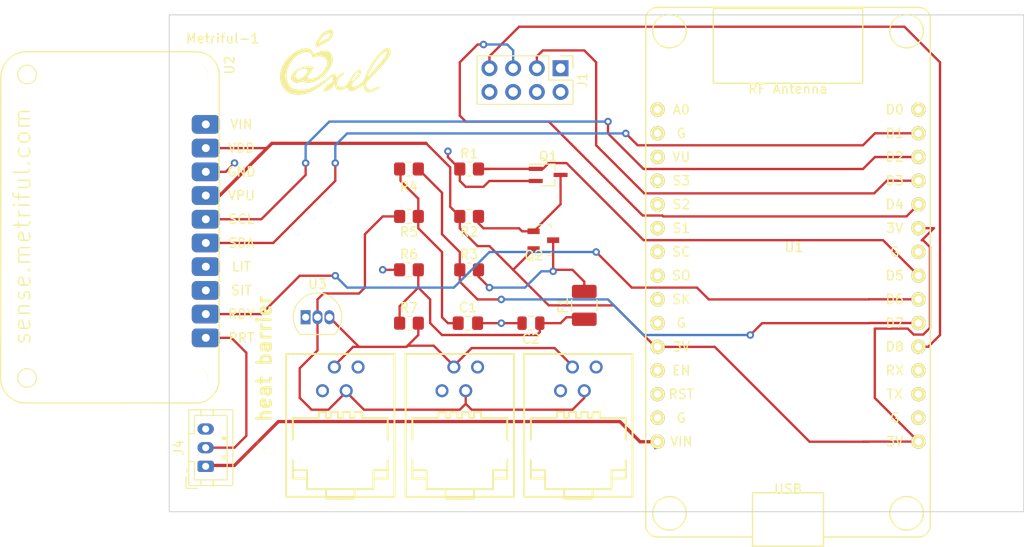
<source format=kicad_pcb>
(kicad_pcb (version 20211014) (generator pcbnew)
  (layers (0 "F.Cu" signal) (31 "B.Cu" mixed) (34 "B.Paste" user) (35 "F.Paste" user) (36 "B.SilkS" user "B.Silkscreen") (37 "F.SilkS" user "F.Silkscreen") (38 "B.Mask" user) (39 "F.Mask" user) (44 "Edge.Cuts" user))
  (net 0 "")
  (net 1 "Net-(C1-Pad1)")
  (net 2 "GND")
  (net 3 "Net-(C2-Pad1)")
  (net 4 "Net-(CN1-Pad2)")
  (net 8 "Net-(F1-Pad2)")
  (net 9 "Net-(J1-Pad1)")
  (net 10 "Net-(J1-Pad3)")
  (net 11 "Net-(J1-Pad5)")
  (net 12 "Net-(J1-Pad7)")
  (net 13 "VDD")
  (net 14 "Net-(J4-Pad2)")
  (net 15 "T_enable")
  (net 16 "Net-(Q1-Pad3)")
  (net 17 "Net-(CN1-Pad3)")
  (net 29 "+3V3")
  (net 32 "Net-(U1-Pad22)")
  (net 33 "Net-(R3-Pad1)")
  (net 34 "Net-(U1-Pad28)")
  (net 35 "Net-(U1-Pad29)")
  (footprint "Resistor_SMD:R_0805_2012Metric_Pad1.20x1.40mm_HandSolder" (layer "F.Cu") (at 115.84 90.17)
    (fp_text reference "R6" (at 0 -1.65) (layer "F.SilkS"))
    (fp_text value "10k")
    (pad "1" smd roundrect (at -1 0) (size 1.2 1.4) (layers "F.Cu" "F.Paste" "F.Mask") (roundrect_rratio 0.208333) (net 2 "GND"))
    (pad "2" smd roundrect (at 1 0) (size 1.2 1.4) (layers "F.Cu" "F.Paste" "F.Mask") (roundrect_rratio 0.208333) (net 3 "Net-(C2-Pad1)"))
  )
  (footprint "Resistor_SMD:R_0805_2012Metric_Pad1.20x1.40mm_HandSolder" (layer "F.Cu") (at 122.285 90.17)
    (fp_text reference "R3" (at 0 -1.65) (layer "F.SilkS"))
    (fp_text value "5.6k")
    (pad "1" smd roundrect (at -1 0) (size 1.2 1.4) (layers "F.Cu" "F.Paste" "F.Mask") (roundrect_rratio 0.208333) (net 33 "Net-(R3-Pad1)"))
    (pad "2" smd roundrect (at 1 0) (size 1.2 1.4) (layers "F.Cu" "F.Paste" "F.Mask") (roundrect_rratio 0.208333) (net 8 "Net-(F1-Pad2)"))
  )
  (footprint "1wire-v0.4:rj10" (layer "F.Cu") (at 133.985 108.585)
    (fp_text reference "CN3" (at -8.516405 0.635545 180) (layer "F.SilkS") (effects (font (size 1.40122 1.40122) (thickness 0.015))))
    (fp_text value "RJ10")
    (pad "" np_thru_hole circle locked (at 3.81 0.889) (size 3.2512 3.2512) (drill 3.2512) (layers *.Cu *.Mask))
    (pad "" np_thru_hole circle locked (at -3.81 0.889) (size 3.2512 3.2512) (drill 3.2512) (layers *.Cu *.Mask))
    (pad "1" thru_hole circle locked (at -1.905 -5.461) (size 1.397 1.397) (drill 0.889) (layers *.Cu *.Mask) (net 2 "GND"))
    (pad "2" thru_hole circle locked (at -0.635 -8.001) (size 1.397 1.397) (drill 0.889) (layers *.Cu *.Mask) (net 4 "Net-(CN1-Pad2)"))
    (pad "3" thru_hole circle locked (at 0.635 -5.461) (size 1.397 1.397) (drill 0.889) (layers *.Cu *.Mask) (net 17 "Net-(CN1-Pad3)"))
    (pad "4" thru_hole circle locked (at 1.905 -8.001) (size 1.397 1.397) (drill 0.889) (layers *.Cu *.Mask))
  )
  (footprint "MountingHole:MountingHole_2.2mm_M2" (layer "F.Cu") (at 93.19 69.29)
    (fp_text reference "REF**" hide)
    (fp_text value "MountingHole_2.2mm_M2" hide)
    (pad "" np_thru_hole circle locked (at 0 0) (size 2.2 2.2) (drill 2.2) (layers *.Cu *.Mask))
  )
  (footprint "Package_TO_SOT_SMD:SOT-323_SC-70_Handsoldering" (layer "F.Cu") (at 130.75 80.01)
    (fp_text reference "Q1" (at 0 -2) (layer "F.SilkS"))
    (fp_text value "BSS138BKW")
    (pad "1" smd rect (at -1.33 -0.65 270) (size 0.45 1.5) (layers "F.Cu" "F.Paste" "F.Mask") (net 15 "T_enable"))
    (pad "2" smd rect (at -1.33 0.65 270) (size 0.45 1.5) (layers "F.Cu" "F.Paste" "F.Mask") (net 2 "GND"))
    (pad "3" smd rect (at 1.33 0 270) (size 0.45 1.5) (layers "F.Cu" "F.Paste" "F.Mask") (net 16 "Net-(Q1-Pad3)"))
  )
  (footprint "1wire-v0.4:SOT-23-3" (layer "F.Cu") (at 130.235 86.995)
    (fp_text reference "Q2" (at -1.015 1.651) (layer "F.SilkS"))
    (fp_text value "NX2301P")
    (pad "1" smd rect locked (at -1.05 -0.95) (size 1.3 0.6) (layers "F.Cu" "F.Paste" "F.Mask") (net 16 "Net-(Q1-Pad3)"))
    (pad "2" smd rect locked (at -1.05 0.95) (size 1.3 0.6) (layers "F.Cu" "F.Paste" "F.Mask") (net 29 "+3V3"))
    (pad "3" smd rect locked (at 1.05 0) (size 1.3 0.6) (layers "F.Cu" "F.Paste" "F.Mask") (net 8 "Net-(F1-Pad2)"))
  )
  (footprint "Sensor:Metriful-1" (layer "F.Cu") (at 95.351787 104.440437 90)
    (fp_text reference "U2" (at 36.195 1.27 90 unlocked) (layer "F.SilkS"))
    (fp_text value "Metriful-1" (at 39.035437 0.533213 unlocked) (layer "F.SilkS"))
    (fp_text user "SIT" (at 12.065 2.54 unlocked) (layer "F.SilkS"))
    (fp_text user "sense.metriful.com" (at 18.926358 -20.955 90 unlocked) (layer "F.SilkS") (effects (font (size 1.8 1.8))))
    (fp_text user "VPU" (at 22.225 2.54 unlocked) (layer "F.SilkS"))
    (fp_text user "RDY" (at 9.525 2.54 unlocked) (layer "F.SilkS"))
    (fp_text user "PRT" (at 6.985 2.54 unlocked) (layer "F.SilkS"))
    (fp_text user "SDA" (at 17.145 2.54 unlocked) (layer "F.SilkS"))
    (fp_text user "LIT" (at 14.605 2.54 unlocked) (layer "F.SilkS"))
    (fp_text user "VDD" (at 27.305 2.54 unlocked) (layer "F.SilkS"))
    (fp_text user "VIN" (at 29.845 2.54 unlocked) (layer "F.SilkS"))
    (fp_text user "GND" (at 24.765 2.54 unlocked) (layer "F.SilkS"))
    (fp_text user "SCL" (at 19.685 2.54 unlocked) (layer "F.SilkS"))
    (pad "1" thru_hole roundrect (at 6.985 -1.27 90) (size 2 3) (drill 0.85) (layers *.Cu *.Mask) (net 14 "Net-(J4-Pad2)"))
    (pad "2" thru_hole roundrect (at 9.525 -1.27 90) (size 2 3) (drill 0.85) (layers *.Cu *.Mask) (net 32 "Net-(U1-Pad22)"))
    (pad "3" thru_hole roundrect (at 12.065 -1.27 90) (size 2 3) (drill 0.85) (layers *.Cu *.Mask))
    (pad "4" thru_hole roundrect (at 14.605 -1.27 90) (size 2 3) (drill 0.85) (layers *.Cu *.Mask))
    (pad "5" thru_hole roundrect (at 17.145 -1.27 90) (size 2 3) (drill 0.85) (layers *.Cu *.Mask) (net 35 "Net-(U1-Pad29)"))
    (pad "6" thru_hole roundrect (at 19.685 -1.27 90) (size 2 3) (drill 0.85) (layers *.Cu *.Mask) (net 34 "Net-(U1-Pad28)"))
    (pad "7" thru_hole roundrect (at 22.225 -1.27 90) (size 2 3) (drill 0.85) (layers *.Cu *.Mask) (net 29 "+3V3"))
    (pad "8" thru_hole roundrect (at 24.765 -1.27 90) (size 2 3) (drill 0.85) (layers *.Cu *.Mask) (net 2 "GND"))
    (pad "9" thru_hole roundrect (at 27.305 -1.27 90) (size 2 3) (drill 0.85) (layers *.Cu *.Mask) (net 29 "+3V3"))
    (pad "10" thru_hole roundrect (at 29.845 -1.27 90) (size 2 3) (drill 0.85) (layers *.Cu *.Mask))
  )
  (footprint "Resistor_SMD:R_0805_2012Metric_Pad1.20x1.40mm_HandSolder" (layer "F.Cu") (at 122.285 79.375)
    (fp_text reference "R1" (at 0 -1.65) (layer "F.SilkS"))
    (fp_text value "10k")
    (pad "1" smd roundrect (at -1 0) (size 1.2 1.4) (layers "F.Cu" "F.Paste" "F.Mask") (roundrect_rratio 0.208333) (net 2 "GND"))
    (pad "2" smd roundrect (at 1 0) (size 1.2 1.4) (layers "F.Cu" "F.Paste" "F.Mask") (roundrect_rratio 0.208333) (net 15 "T_enable"))
  )
  (footprint "Connector_JST:JST_PH_B3B-PH-K_1x03_P2.00mm_Vertical" (layer "F.Cu") (at 94.065 111.22 90)
    (fp_text reference "J4" (at 2 -2.9 90) (layer "F.SilkS"))
    (fp_text value "Conn_01x03_Female")
    (pad "1" thru_hole roundrect (at 0 0 90) (size 1.2 1.75) (drill 0.75) (layers *.Cu *.Mask) (roundrect_rratio 0.208333) (net 13 "VDD"))
    (pad "2" thru_hole oval (at 2 0 90) (size 1.2 1.75) (drill 0.75) (layers *.Cu *.Mask) (net 14 "Net-(J4-Pad2)"))
    (pad "3" thru_hole oval (at 4 0 90) (size 1.2 1.75) (drill 0.75) (layers *.Cu *.Mask) (net 2 "GND"))
  )
  (footprint "Fuse:Fuse_1210_3225Metric_Pad1.42x2.65mm_HandSolder" (layer "F.Cu") (at 134.62 93.98 90)
    (fp_text reference "F1" (at 0 -2.28 90) (layer "F.SilkS"))
    (fp_text value "Polyfuse_Small")
    (pad "1" smd roundrect (at -1.4875 0 90) (size 1.425 2.65) (layers "F.Cu" "F.Paste" "F.Mask") (roundrect_rratio 0.175439) (net 3 "Net-(C2-Pad1)"))
    (pad "2" smd roundrect (at 1.4875 0 90) (size 1.425 2.65) (layers "F.Cu" "F.Paste" "F.Mask") (roundrect_rratio 0.175439) (net 8 "Net-(F1-Pad2)"))
  )
  (footprint "Capacitor_SMD:C_0805_2012Metric_Pad1.18x1.45mm_HandSolder" (layer "F.Cu") (at 122.1525 95.885)
    (fp_text reference "C1" (at 0 -1.68) (layer "F.SilkS"))
    (fp_text value "100pF")
    (pad "1" smd roundrect (at -1.0375 0) (size 1.175 1.45) (layers "F.Cu" "F.Paste" "F.Mask") (roundrect_rratio 0.212766) (net 1 "Net-(C1-Pad1)"))
    (pad "2" smd roundrect (at 1.0375 0) (size 1.175 1.45) (layers "F.Cu" "F.Paste" "F.Mask") (roundrect_rratio 0.212766) (net 2 "GND"))
  )
  (footprint "MountingHole:MountingHole_2.2mm_M2" (layer "F.Cu") (at 93.19 101.79)
    (fp_text reference "REF**" hide)
    (fp_text value "MountingHole_2.2mm_M2" hide)
    (pad "" np_thru_hole circle locked (at 0 0) (size 2.2 2.2) (drill 2.2) (layers *.Cu *.Mask))
  )
  (footprint "1wire-v0.4:rj10" (layer "F.Cu") (at 108.485 108.585)
    (fp_text reference "CN1" (at -8.516405 0.635545 180) (layer "F.SilkS") (effects (font (size 1.40122 1.40122) (thickness 0.015))))
    (fp_text value "RJ10")
    (pad "" np_thru_hole circle locked (at 3.81 0.889) (size 3.2512 3.2512) (drill 3.2512) (layers *.Cu *.Mask))
    (pad "" np_thru_hole circle locked (at -3.81 0.889) (size 3.2512 3.2512) (drill 3.2512) (layers *.Cu *.Mask))
    (pad "1" thru_hole circle locked (at -1.905 -5.461) (size 1.397 1.397) (drill 0.889) (layers *.Cu *.Mask) (net 2 "GND"))
    (pad "2" thru_hole circle locked (at -0.635 -8.001) (size 1.397 1.397) (drill 0.889) (layers *.Cu *.Mask) (net 4 "Net-(CN1-Pad2)"))
    (pad "3" thru_hole circle locked (at 0.635 -5.461) (size 1.397 1.397) (drill 0.889) (layers *.Cu *.Mask) (net 17 "Net-(CN1-Pad3)"))
    (pad "4" thru_hole circle locked (at 1.905 -8.001) (size 1.397 1.397) (drill 0.889) (layers *.Cu *.Mask))
  )
  (footprint "NodeMCU:NodeMCU_0.1_Axel" (layer "F.Cu") (at 156.44 90.79)
    (fp_text reference "U1" (at 0.635 -3.04 unlocked) (layer "F.SilkS"))
    (fp_text value "NodeMCU_1.0_(ESP-12E)")
    (fp_text user "S2" (at -11.43 -7.62) (layer "F.SilkS"))
    (fp_text user "RX" (at 11.43 10.16) (layer "F.SilkS"))
    (fp_text user "S3" (at -11.43 -10.16) (layer "F.SilkS"))
    (fp_text user "G" (at -11.43 -15.24) (layer "F.SilkS"))
    (fp_text user "D7" (at 11.43 5.08) (layer "F.SilkS"))
    (fp_text user "D1" (at 11.43 -15.24) (layer "F.SilkS"))
    (fp_text user "VU" (at -11.43 -12.7) (layer "F.SilkS"))
    (fp_text user "D0" (at 11.43 -17.78) (layer "F.SilkS"))
    (fp_text user "G" (at -11.43 5.08) (layer "F.SilkS"))
    (fp_text user "D2" (at 11.43 -12.7) (layer "F.SilkS"))
    (fp_text user "SK" (at -11.43 2.54) (layer "F.SilkS"))
    (fp_text user "RF Antenna" (at 0 -20) (layer "F.SilkS"))
    (fp_text user "3V" (at 11.43 -5.08) (layer "F.SilkS"))
    (fp_text user "G" (at 11.43 -2.54) (layer "F.SilkS"))
    (fp_text user "D4" (at 11.43 -7.62) (layer "F.SilkS"))
    (fp_text user "EN" (at -11.43 10.16) (layer "F.SilkS"))
    (fp_text user "D5" (at 11.43 0) (layer "F.SilkS"))
    (fp_text user "RST" (at -11.43 12.7) (layer "F.SilkS"))
    (fp_text user "3V" (at -11.43 7.62) (layer "F.SilkS"))
    (fp_text user "USB" (at 0 22.86) (layer "F.SilkS"))
    (fp_text user "VIN" (at -11.43 17.78) (layer "F.SilkS"))
    (fp_text user "G" (at 11.43 15.24) (layer "F.SilkS"))
    (fp_text user "D8" (at 11.43 7.62) (layer "F.SilkS"))
    (fp_text user "TX" (at 11.43 12.7) (layer "F.SilkS"))
    (fp_text user "D3" (at 11.43 -10.16) (layer "F.SilkS"))
    (fp_text user "G" (at -11.43 15.24) (layer "F.SilkS"))
    (fp_text user "SC" (at -11.43 -2.54) (layer "F.SilkS"))
    (fp_text user "D6" (at 11.43 2.54) (layer "F.SilkS"))
    (fp_text user "S1" (at -11.43 -5.08) (layer "F.SilkS"))
    (fp_text user "SO" (at -11.43 0) (layer "F.SilkS"))
    (fp_text user "A0" (at -11.43 -17.78) (layer "F.SilkS"))
    (fp_text user "3V" (at 11.43 17.78) (layer "F.SilkS"))
    (pad "1" thru_hole circle locked (at -13.97 -17.78) (size 1.524 1.524) (drill 0.762) (layers *.Cu *.Mask "F.SilkS"))
    (pad "2" thru_hole circle locked (at -13.97 -15.24) (size 1.524 1.524) (drill 0.762) (layers *.Cu *.Mask "F.SilkS"))
    (pad "3" thru_hole circle locked (at -13.97 -12.7) (size 1.524 1.524) (drill 0.762) (layers *.Cu *.Mask "F.SilkS"))
    (pad "4" thru_hole circle locked (at -13.97 -10.16) (size 1.524 1.524) (drill 0.762) (layers *.Cu *.Mask "F.SilkS"))
    (pad "5" thru_hole circle locked (at -13.97 -7.62) (size 1.524 1.524) (drill 0.762) (layers *.Cu *.Mask "F.SilkS"))
    (pad "6" thru_hole circle locked (at -13.97 -5.08) (size 1.524 1.524) (drill 0.762) (layers *.Cu *.Mask "F.SilkS"))
    (pad "7" thru_hole circle locked (at -13.97 -2.54) (size 1.524 1.524) (drill 0.762) (layers *.Cu *.Mask "F.SilkS"))
    (pad "8" thru_hole circle locked (at -13.97 0) (size 1.524 1.524) (drill 0.762) (layers *.Cu *.Mask "F.SilkS"))
    (pad "9" thru_hole circle locked (at -13.97 2.54) (size 1.524 1.524) (drill 0.762) (layers *.Cu *.Mask "F.SilkS"))
    (pad "10" thru_hole circle locked (at -13.97 5.08) (size 1.524 1.524) (drill 0.762) (layers *.Cu *.Mask "F.SilkS") (net 2 "GND"))
    (pad "11" thru_hole circle locked (at -13.97 7.62) (size 1.524 1.524) (drill 0.762) (layers *.Cu *.Mask "F.SilkS") (net 29 "+3V3"))
    (pad "12" thru_hole circle locked (at -13.97 10.16) (size 1.524 1.524) (drill 0.762) (layers *.Cu *.Mask "F.SilkS"))
    (pad "13" thru_hole circle locked (at -13.97 12.7) (size 1.524 1.524) (drill 0.762) (layers *.Cu *.Mask "F.SilkS"))
    (pad "14" thru_hole circle locked (at -13.97 15.24) (size 1.524 1.524) (drill 0.762) (layers *.Cu *.Mask "F.SilkS") (net 2 "GND"))
    (pad "15" thru_hole circle locked (at -13.97 17.78) (size 1.524 1.524) (drill 0.762) (layers *.Cu *.Mask "F.SilkS") (net 13 "VDD"))
    (pad "16" thru_hole circle locked (at 13.97 17.78) (size 1.524 1.524) (drill 0.762) (layers *.Cu *.Mask "F.SilkS") (net 29 "+3V3"))
    (pad "17" thru_hole circle locked (at 13.97 15.24) (size 1.524 1.524) (drill 0.762) (layers *.Cu *.Mask "F.SilkS") (net 2 "GND"))
    (pad "18" thru_hole circle locked (at 13.97 12.7) (size 1.524 1.524) (drill 0.762) (layers *.Cu *.Mask "F.SilkS"))
    (pad "19" thru_hole circle locked (at 13.97 10.16) (size 1.524 1.524) (drill 0.762) (layers *.Cu *.Mask "F.SilkS"))
    (pad "20" thru_hole circle locked (at 13.97 7.62) (size 1.524 1.524) (drill 0.762) (layers *.Cu *.Mask "F.SilkS") (net 12 "Net-(J1-Pad7)"))
    (pad "21" thru_hole circle locked (at 13.97 5.08) (size 1.524 1.524) (drill 0.762) (layers *.Cu *.Mask "F.SilkS") (net 33 "Net-(R3-Pad1)"))
    (pad "22" thru_hole circle locked (at 13.97 2.54) (size 1.524 1.524) (drill 0.762) (layers *.Cu *.Mask "F.SilkS") (net 32 "Net-(U1-Pad22)"))
    (pad "23" thru_hole circle locked (at 13.97 0) (size 1.524 1.524) (drill 0.762) (layers *.Cu *.Mask "F.SilkS") (net 15 "T_enable"))
    (pad "24" thru_hole circle locked (at 13.97 -2.54) (size 1.524 1.524) (drill 0.762) (layers *.Cu *.Mask "F.SilkS") (net 2 "GND"))
    (pad "25" thru_hole circle locked (at 13.97 -5.08) (size 1.524 1.524) (drill 0.762) (layers *.Cu *.Mask "F.SilkS") (net 29 "+3V3"))
    (pad "26" thru_hole circle locked (at 13.97 -7.62) (size 1.524 1.524) (drill 0.762) (layers *.Cu *.Mask "F.SilkS") (net 11 "Net-(J1-Pad5)"))
    (pad "27" thru_hole circle locked (at 13.97 -10.16) (size 1.524 1.524) (drill 0.762) (layers *.Cu *.Mask "F.SilkS") (net 10 "Net-(J1-Pad3)"))
    (pad "28" thru_hole circle locked (at 13.97 -12.7) (size 1.524 1.524) (drill 0.762) (layers *.Cu *.Mask "F.SilkS") (net 34 "Net-(U1-Pad28)"))
    (pad "29" thru_hole circle locked (at 13.97 -15.24) (size 1.524 1.524) (drill 0.762) (layers *.Cu *.Mask "F.SilkS") (net 35 "Net-(U1-Pad29)"))
    (pad "30" thru_hole circle locked (at 13.97 -17.78) (size 1.524 1.524) (drill 0.762) (layers *.Cu *.Mask "F.SilkS") (net 9 "Net-(J1-Pad1)"))
  )
  (footprint "Connector_PinHeader_2.54mm:PinHeader_2x04_P2.54mm_Vertical" (layer "F.Cu") (at 132.08 68.58 -90)
    (fp_text reference "J1" (at 1.27 -2.33 90) (layer "F.SilkS"))
    (fp_text value "Conn_02x04_Odd_Even")
    (pad "1" thru_hole rect (at 0 0 270) (size 1.7 1.7) (drill 1) (layers *.Cu *.Mask) (net 9 "Net-(J1-Pad1)"))
    (pad "2" thru_hole oval (at 2.54 0 270) (size 1.7 1.7) (drill 1) (layers *.Cu *.Mask) (net 2 "GND"))
    (pad "3" thru_hole oval (at 0 2.54 270) (size 1.7 1.7) (drill 1) (layers *.Cu *.Mask) (net 10 "Net-(J1-Pad3)"))
    (pad "4" thru_hole oval (at 2.54 2.54 270) (size 1.7 1.7) (drill 1) (layers *.Cu *.Mask) (net 2 "GND"))
    (pad "5" thru_hole oval (at 0 5.08 270) (size 1.7 1.7) (drill 1) (layers *.Cu *.Mask) (net 11 "Net-(J1-Pad5)"))
    (pad "6" thru_hole oval (at 2.54 5.08 270) (size 1.7 1.7) (drill 1) (layers *.Cu *.Mask) (net 2 "GND"))
    (pad "7" thru_hole oval (at 0 7.62 270) (size 1.7 1.7) (drill 1) (layers *.Cu *.Mask) (net 12 "Net-(J1-Pad7)"))
    (pad "8" thru_hole oval (at 2.54 7.62 270) (size 1.7 1.7) (drill 1) (layers *.Cu *.Mask) (net 2 "GND"))
  )
  (footprint "Resistor_SMD:R_0805_2012Metric_Pad1.20x1.40mm_HandSolder" (layer "F.Cu") (at 115.84 84.455 180)
    (fp_text reference "R5" (at 0 -1.65) (layer "F.SilkS"))
    (fp_text value "22R")
    (pad "1" smd roundrect (at -1 0 180) (size 1.2 1.4) (layers "F.Cu" "F.Paste" "F.Mask") (roundrect_rratio 0.208333) (net 1 "Net-(C1-Pad1)"))
    (pad "2" smd roundrect (at 1 0 180) (size 1.2 1.4) (layers "F.Cu" "F.Paste" "F.Mask") (roundrect_rratio 0.208333) (net 17 "Net-(CN1-Pad3)"))
  )
  (footprint "ESP-RS232:LOGO2" (layer "F.Cu") (at 107.95 67.945)
    (fp_text reference "G***" hide)
    (fp_text value "LOGO" hide)
  )
  (footprint "Package_TO_SOT_THT:TO-92_Inline" (layer "F.Cu") (at 104.775 95.25)
    (fp_text reference "U3" (at 1.27 -3.56) (layer "F.SilkS"))
    (fp_text value "DS18B20")
    (pad "1" thru_hole rect (at 0 0) (size 1.05 1.5) (drill 0.75) (layers *.Cu *.Mask) (net 2 "GND"))
    (pad "2" thru_hole oval (at 1.27 0) (size 1.05 1.5) (drill 0.75) (layers *.Cu *.Mask) (net 17 "Net-(CN1-Pad3)"))
    (pad "3" thru_hole oval (at 2.54 0) (size 1.05 1.5) (drill 0.75) (layers *.Cu *.Mask) (net 4 "Net-(CN1-Pad2)"))
  )
  (footprint "1wire-v0.4:rj10" (layer "F.Cu") (at 121.285 108.584)
    (fp_text reference "CN2" (at -8.516405 0.635545 180) (layer "F.SilkS") (effects (font (size 1.40122 1.40122) (thickness 0.015))))
    (fp_text value "RJ10")
    (pad "" np_thru_hole circle locked (at 3.81 0.889) (size 3.2512 3.2512) (drill 3.2512) (layers *.Cu *.Mask))
    (pad "" np_thru_hole circle locked (at -3.81 0.889) (size 3.2512 3.2512) (drill 3.2512) (layers *.Cu *.Mask))
    (pad "1" thru_hole circle locked (at -1.905 -5.461) (size 1.397 1.397) (drill 0.889) (layers *.Cu *.Mask) (net 2 "GND"))
    (pad "2" thru_hole circle locked (at -0.635 -8.001) (size 1.397 1.397) (drill 0.889) (layers *.Cu *.Mask) (net 4 "Net-(CN1-Pad2)"))
    (pad "3" thru_hole circle locked (at 0.635 -5.461) (size 1.397 1.397) (drill 0.889) (layers *.Cu *.Mask) (net 17 "Net-(CN1-Pad3)"))
    (pad "4" thru_hole circle locked (at 1.905 -8.001) (size 1.397 1.397) (drill 0.889) (layers *.Cu *.Mask))
  )
  (footprint "Resistor_SMD:R_0805_2012Metric_Pad1.20x1.40mm_HandSolder" (layer "F.Cu") (at 115.84 79.375 180)
    (fp_text reference "R4" (at 0 -1.905) (layer "F.SilkS"))
    (fp_text value "22R")
    (pad "1" smd roundrect (at -1 0 180) (size 1.2 1.4) (layers "F.Cu" "F.Paste" "F.Mask") (roundrect_rratio 0.208333) (net 33 "Net-(R3-Pad1)"))
    (pad "2" smd roundrect (at 1 0 180) (size 1.2 1.4) (layers "F.Cu" "F.Paste" "F.Mask") (roundrect_rratio 0.208333) (net 1 "Net-(C1-Pad1)"))
  )
  (footprint "Capacitor_SMD:C_0805_2012Metric" (layer "F.Cu") (at 128.905 95.885 180)
    (fp_text reference "C2" (at 0 -1.68) (layer "F.SilkS"))
    (fp_text value "100nF")
    (pad "1" smd roundrect (at -0.95 0 180) (size 1 1.45) (layers "F.Cu" "F.Paste" "F.Mask") (net 3 "Net-(C2-Pad1)"))
    (pad "2" smd roundrect (at 0.95 0 180) (size 1 1.45) (layers "F.Cu" "F.Paste" "F.Mask") (net 2 "GND"))
  )
  (footprint "Resistor_SMD:R_0805_2012Metric_Pad1.20x1.40mm_HandSolder" (layer "F.Cu") (at 122.285 84.455 180)
    (fp_text reference "R2" (at 0 -1.65) (layer "F.SilkS"))
    (fp_text value "10k")
    (pad "1" smd roundrect (at -1 0 180) (size 1.2 1.4) (layers "F.Cu" "F.Paste" "F.Mask") (roundrect_rratio 0.208333) (net 16 "Net-(Q1-Pad3)"))
    (pad "2" smd roundrect (at 1 0 180) (size 1.2 1.4) (layers "F.Cu" "F.Paste" "F.Mask") (roundrect_rratio 0.208333) (net 29 "+3V3"))
  )
  (footprint "Resistor_SMD:R_0805_2012Metric_Pad1.20x1.40mm_HandSolder" (layer "F.Cu") (at 115.84 95.885)
    (fp_text reference "R7" (at 0 -1.65) (layer "F.SilkS"))
    (fp_text value "22R")
    (pad "1" smd roundrect (at -1 0) (size 1.2 1.4) (layers "F.Cu" "F.Paste" "F.Mask") (roundrect_rratio 0.208333) (net 3 "Net-(C2-Pad1)"))
    (pad "2" smd roundrect (at 1 0) (size 1.2 1.4) (layers "F.Cu" "F.Paste" "F.Mask") (roundrect_rratio 0.208333) (net 4 "Net-(CN1-Pad2)"))
  )
  (gr_rect (start 181.68 116.078) (end 90.17 62.865) (layer "Edge.Cuts") (width 0.1) (fill none))
  (gr_text "heat barrier" (at 100.33 99.695 90) (layer "F.SilkS") (effects (font (size 1.5 1.5) (thickness 0.3))))
  (segment (start 116.84 84.455) (end 116.84 85.725) (width 0.25) (layer "F.Cu") (net 1))
  (segment (start 119.38 88.265) (end 119.38 95.25) (width 0.25) (layer "F.Cu") (net 1))
  (segment (start 120.015 95.885) (end 119.38 95.25) (width 0.25) (layer "F.Cu") (net 1))
  (segment (start 116.84 82.55) (end 116.84 84.455) (width 0.25) (layer "F.Cu") (net 1))
  (segment (start 121.115 95.885) (end 120.015 95.885) (width 0.25) (layer "F.Cu") (net 1))
  (segment (start 114.84 79.375) (end 114.935 79.375) (width 0.25) (layer "F.Cu") (net 1))
  (segment (start 121.1225 95.8775) (end 121.115 95.885) (width 0.25) (layer "F.Cu") (net 1))
  (segment (start 114.935 79.375) (end 114.935 80.645) (width 0.25) (layer "F.Cu") (net 1))
  (segment (start 115.03 80.74) (end 116.84 82.55) (width 0.25) (layer "F.Cu") (net 1))
  (segment (start 116.84 85.725) (end 119.38 88.265) (width 0.25) (layer "F.Cu") (net 1))
  (segment (start 120.015 78.105) (end 121.285 79.375) (width 0.25) (layer "F.Cu") (net 2))
  (segment (start 123.19 95.885) (end 125.73 95.885) (width 0.25) (layer "F.Cu") (net 2))
  (segment (start 121.285 79.375) (end 121.285 80.645) (width 0.25) (layer "F.Cu") (net 2))
  (segment (start 124.445 80.66) (end 129.42 80.66) (width 0.25) (layer "F.Cu") (net 2))
  (segment (start 120.015 77.47) (end 120.015 78.105) (width 0.25) (layer "F.Cu") (net 2))
  (segment (start 113.03 90.17) (end 114.84 90.17) (width 0.25) (layer "F.Cu") (net 2))
  (segment (start 123.825 81.28) (end 124.445 80.66) (width 0.25) (layer "F.Cu") (net 2))
  (segment (start 125.73 95.885) (end 127.955 95.885) (width 0.25) (layer "F.Cu") (net 2))
  (segment (start 97.155 78.74) (end 96.219563 79.675437) (width 0.25) (layer "F.Cu") (net 2))
  (segment (start 121.285 80.645) (end 121.92 81.28) (width 0.25) (layer "F.Cu") (net 2))
  (segment (start 121.92 81.28) (end 123.825 81.28) (width 0.25) (layer "F.Cu") (net 2))
  (segment (start 96.219563 79.675437) (end 94.081787 79.675437) (width 0.25) (layer "F.Cu") (net 2))
  (via (at 97.155 78.74) (size 0.8) (drill 0.4) (layers "F.Cu" "B.Cu") (net 2))
  (via (at 120.015 77.47) (size 0.8) (drill 0.4) (layers "F.Cu" "B.Cu") (net 2))
  (via (at 113.03 90.17) (size 0.8) (drill 0.4) (layers "F.Cu" "B.Cu") (net 2))
  (via (at 125.73 95.885) (size 0.8) (drill 0.4) (layers "F.Cu" "B.Cu") (net 2))
  (segment (start 119.38 97.155) (end 129.54 97.155) (width 0.25) (layer "F.Cu") (net 3))
  (segment (start 116.84 90.17) (end 117.11 90.17) (width 0.25) (layer "F.Cu") (net 3))
  (segment (start 132.715 95.25) (end 134.4025 95.25) (width 0.25) (layer "F.Cu") (net 3))
  (segment (start 132.08 95.885) (end 132.715 95.25) (width 0.25) (layer "F.Cu") (net 3))
  (segment (start 134.4025 95.25) (end 134.62 95.4675) (width 0.25) (layer "F.Cu") (net 3))
  (segment (start 114.84 94.075) (end 114.84 95.885) (width 0.25) (layer "F.Cu") (net 3))
  (segment (start 129.54 97.155) (end 129.855 96.84) (width 0.25) (layer "F.Cu") (net 3))
  (segment (start 116.84 92.075) (end 114.84 94.075) (width 0.25) (layer "F.Cu") (net 3))
  (segment (start 116.84 90.17) (end 116.84 92.075) (width 0.25) (layer "F.Cu") (net 3))
  (segment (start 116.84 92.075) (end 118.11 93.345) (width 0.25) (layer "F.Cu") (net 3))
  (segment (start 129.855 96.84) (end 129.855 95.885) (width 0.25) (layer "F.Cu") (net 3))
  (segment (start 129.855 95.885) (end 132.08 95.885) (width 0.25) (layer "F.Cu") (net 3))
  (segment (start 118.11 93.345) (end 118.11 95.885) (width 0.25) (layer "F.Cu") (net 3))
  (segment (start 118.11 95.885) (end 119.38 97.155) (width 0.25) (layer "F.Cu") (net 3))
  (segment (start 115.57 98.425) (end 116.84 97.155) (width 0.25) (layer "F.Cu") (net 4))
  (segment (start 107.85 100.584) (end 107.696 100.584) (width 0.25) (layer "F.Cu") (net 4))
  (segment (start 115.697 98.298) (end 118.49 98.298) (width 0.25) (layer "F.Cu") (net 4))
  (segment (start 107.696 100.584) (end 109.855 98.425) (width 0.25) (layer "F.Cu") (net 4))
  (segment (start 107.315 95.25) (end 110.49 98.425) (width 0.25) (layer "F.Cu") (net 4))
  (segment (start 131.444 98.552) (end 133.35 100.458) (width 0.25) (layer "F.Cu") (net 4))
  (segment (start 118.49 98.298) (end 120.65 100.458) (width 0.25) (layer "F.Cu") (net 4))
  (segment (start 109.855 98.425) (end 110.617 98.425) (width 0.25) (layer "F.Cu") (net 4))
  (segment (start 110.617 98.425) (end 115.57 98.425) (width 0.25) (layer "F.Cu") (net 4))
  (segment (start 122.556 98.552) (end 131.444 98.552) (width 0.25) (layer "F.Cu") (net 4))
  (segment (start 120.65 100.458) (end 122.556 98.552) (width 0.25) (layer "F.Cu") (net 4))
  (segment (start 115.57 98.425) (end 115.697 98.298) (width 0.25) (layer "F.Cu") (net 4))
  (segment (start 116.84 97.155) (end 116.84 95.885) (width 0.25) (layer "F.Cu") (net 4))
  (segment (start 110.49 98.425) (end 110.617 98.425) (width 0.25) (layer "F.Cu") (net 4))
  (segment (start 123.285 90.17) (end 123.285 90.9) (width 0.25) (layer "F.Cu") (net 8))
  (segment (start 131.445 90.17) (end 133.35 90.17) (width 0.25) (layer "F.Cu") (net 8))
  (segment (start 131.285 90.33) (end 131.445 90.17) (width 0.25) (layer "F.Cu") (net 8))
  (segment (start 133.35 90.17) (end 134.62 91.44) (width 0.25) (layer "F.Cu") (net 8))
  (segment (start 131.285 90.33) (end 131.285 86.995) (width 0.25) (layer "F.Cu") (net 8))
  (segment (start 123.285 90.9) (end 124.46 92.075) (width 0.25) (layer "F.Cu") (net 8))
  (segment (start 134.62 91.44) (end 134.62 92.4925) (width 0.25) (layer "F.Cu") (net 8))
  (via (at 124.46 92.075) (size 0.8) (drill 0.4) (layers "F.Cu" "B.Cu") (net 8))
  (via (at 131.285 90.33) (size 0.8) (drill 0.4) (layers "F.Cu" "B.Cu") (net 8))
  (segment (start 128.27 92.075) (end 130.015 90.33) (width 0.25) (layer "B.Cu") (net 8))
  (segment (start 124.46 92.075) (end 128.27 92.075) (width 0.25) (layer "B.Cu") (net 8))
  (segment (start 130.015 90.33) (end 131.285 90.33) (width 0.25) (layer "B.Cu") (net 8))
  (segment (start 132.08 68.58) (end 132.715 67.945) (width 0.25) (layer "F.Cu") (net 9))
  (segment (start 141.038489 81.983489) (end 165.666511 81.983489) (width 0.25) (layer "F.Cu") (net 10))
  (segment (start 165.666511 81.983489) (end 167.02 80.63) (width 0.25) (layer "F.Cu") (net 10))
  (segment (start 167.02 80.63) (end 170.41 80.63) (width 0.25) (layer "F.Cu") (net 10))
  (segment (start 130.175 66.675) (end 134.62 66.675) (width 0.25) (layer "F.Cu") (net 10))
  (segment (start 129.54 67.31) (end 130.175 66.675) (width 0.25) (layer "F.Cu") (net 10))
  (segment (start 135.89 76.835) (end 141.038489 81.983489) (width 0.25) (layer "F.Cu") (net 10))
  (segment (start 129.54 68.58) (end 129.54 67.31) (width 0.25) (layer "F.Cu") (net 10))
  (segment (start 134.62 66.675) (end 135.89 67.945) (width 0.25) (layer "F.Cu") (net 10))
  (segment (start 135.89 67.945) (end 135.89 76.835) (width 0.25) (layer "F.Cu") (net 10))
  (segment (start 140.871511 84.356511) (end 130.81 74.295) (width 0.25) (layer "F.Cu") (net 11))
  (segment (start 170.41 83.17) (end 169.125 84.455) (width 0.25) (layer "F.Cu") (net 11))
  (segment (start 121.92 74.295) (end 121.285 73.66) (width 0.25) (layer "F.Cu") (net 11))
  (segment (start 142.973489 84.356511) (end 140.871511 84.356511) (width 0.25) (layer "F.Cu") (net 11))
  (segment (start 121.285 73.66) (end 121.285 67.945) (width 0.25) (layer "F.Cu") (net 11))
  (segment (start 169.125 84.455) (end 143.071978 84.455) (width 0.25) (layer "F.Cu") (net 11))
  (segment (start 123.19 66.04) (end 123.825 66.04) (width 0.25) (layer "F.Cu") (net 11))
  (segment (start 121.285 67.945) (end 123.19 66.04) (width 0.25) (layer "F.Cu") (net 11))
  (segment (start 143.071978 84.455) (end 142.973489 84.356511) (width 0.25) (layer "F.Cu") (net 11))
  (segment (start 130.81 74.295) (end 121.92 74.295) (width 0.25) (layer "F.Cu") (net 11))
  (via (at 123.825 66.04) (size 0.8) (drill 0.4) (layers "F.Cu" "B.Cu") (net 11))
  (segment (start 126.365 66.04) (end 127 66.675) (width 0.25) (layer "B.Cu") (net 11))
  (segment (start 127 66.675) (end 127 68.58) (width 0.25) (layer "B.Cu") (net 11))
  (segment (start 123.825 66.04) (end 126.365 66.04) (width 0.25) (layer "B.Cu") (net 11))
  (segment (start 170.41 83.17) (end 170.195 83.17) (width 0.25) (layer "B.Cu") (net 11))
  (segment (start 168.91 64.135) (end 127.635 64.135) (width 0.25) (layer "F.Cu") (net 12))
  (segment (start 172.72 97.155) (end 172.72 67.945) (width 0.25) (layer "F.Cu") (net 12))
  (segment (start 171.465 98.41) (end 172.72 97.155) (width 0.25) (layer "F.Cu") (net 12))
  (segment (start 172.72 67.945) (end 168.91 64.135) (width 0.25) (layer "F.Cu") (net 12))
  (segment (start 170.41 98.41) (end 170.195 98.41) (width 0.25) (layer "F.Cu") (net 12))
  (segment (start 127.635 64.135) (end 124.46 67.31) (width 0.25) (layer "F.Cu") (net 12))
  (segment (start 124.46 67.31) (end 124.46 68.58) (width 0.25) (layer "F.Cu") (net 12))
  (segment (start 170.41 98.41) (end 171.465 98.41) (width 0.25) (layer "F.Cu") (net 12))
  (segment (start 97.155 111.125) (end 101.854 106.426) (width 0.35) (layer "F.Cu") (net 13))
  (segment (start 140.589 108.585) (end 142.24 108.585) (width 0.35) (layer "F.Cu") (net 13))
  (segment (start 101.854 106.426) (end 138.43 106.426) (width 0.35) (layer "F.Cu") (net 13))
  (segment (start 142.24 109.22) (end 142.24 108.585) (width 0.35) (layer "F.Cu") (net 13))
  (segment (start 94.065 111.22) (end 94.16 111.125) (width 0.35) (layer "F.Cu") (net 13))
  (segment (start 94.16 111.125) (end 97.155 111.125) (width 0.35) (layer "F.Cu") (net 13))
  (segment (start 138.43 106.426) (end 140.589 108.585) (width 0.35) (layer "F.Cu") (net 13))
  (segment (start 98.425 107.95) (end 97.155 109.22) (width 0.25) (layer "F.Cu") (net 14))
  (segment (start 97.155 109.22) (end 94.065 109.22) (width 0.25) (layer "F.Cu") (net 14))
  (segment (start 94.081787 97.455437) (end 96.820437 97.455437) (width 0.25) (layer "F.Cu") (net 14))
  (segment (start 94.081787 97.455437) (end 93.764563 97.455437) (width 0.25) (layer "F.Cu") (net 14))
  (segment (start 98.425 99.06) (end 98.425 107.95) (width 0.25) (layer "F.Cu") (net 14))
  (segment (start 96.820437 97.455437) (end 98.425 99.06) (width 0.25) (layer "F.Cu") (net 14))
  (segment (start 123.285 79.375) (end 124.46 79.375) (width 0.25) (layer "F.Cu") (net 15))
  (segment (start 123.3 79.36) (end 129.42 79.36) (width 0.25) (layer "F.Cu") (net 15))
  (segment (start 130.19 79.36) (end 130.81 78.74) (width 0.25) (layer "F.Cu") (net 15))
  (segment (start 123.285 79.375) (end 123.3 79.36) (width 0.25) (layer "F.Cu") (net 15))
  (segment (start 132.715 78.74) (end 140.97 86.995) (width 0.25) (layer "F.Cu") (net 15))
  (segment (start 129.42 79.36) (end 130.19 79.36) (width 0.25) (layer "F.Cu") (net 15))
  (segment (start 140.97 86.995) (end 166.615 86.995) (width 0.25) (layer "F.Cu") (net 15))
  (segment (start 166.615 86.995) (end 170.41 90.79) (width 0.25) (layer "F.Cu") (net 15))
  (segment (start 130.81 78.74) (end 132.715 78.74) (width 0.25) (layer "F.Cu") (net 15))
  (segment (start 132.08 83.15) (end 129.185 86.045) (width 0.25) (layer "F.Cu") (net 16))
  (segment (start 127.635 85.725) (end 127.955 86.045) (width 0.25) (layer "F.Cu") (net 16))
  (segment (start 132.08 80.01) (end 132.08 83.15) (width 0.25) (layer "F.Cu") (net 16))
  (segment (start 129.185 86.005) (end 129.185 86.045) (width 0.25) (layer "F.Cu") (net 16))
  (segment (start 123.285 84.455) (end 123.285 85.185) (width 0.25) (layer "F.Cu") (net 16))
  (segment (start 127.955 86.045) (end 129.185 86.045) (width 0.25) (layer "F.Cu") (net 16))
  (segment (start 123.825 85.725) (end 127.635 85.725) (width 0.25) (layer "F.Cu") (net 16))
  (segment (start 123.285 85.185) (end 123.825 85.725) (width 0.25) (layer "F.Cu") (net 16))
  (segment (start 122.555 105.156) (end 133.35 105.156) (width 0.25) (layer "F.Cu") (net 17))
  (segment (start 106.045 95.25) (end 106.045 98.806) (width 0.25) (layer "F.Cu") (net 17))
  (segment (start 111.125 92.075) (end 110.49 92.71) (width 0.25) (layer "F.Cu") (net 17))
  (segment (start 110.49 92.71) (end 106.68 92.71) (width 0.25) (layer "F.Cu") (net 17))
  (segment (start 105.41 105.156) (end 107.216 105.156) (width 0.25) (layer "F.Cu") (net 17))
  (segment (start 134.62 103.886) (end 134.62 103.252) (width 0.25) (layer "F.Cu") (net 17))
  (segment (start 113.03 84.455) (end 111.125 86.36) (width 0.25) (layer "F.Cu") (net 17))
  (segment (start 111.024 105.156) (end 121.285 105.156) (width 0.25) (layer "F.Cu") (net 17))
  (segment (start 121.92 104.521) (end 121.92 103.252) (width 0.25) (layer "F.Cu") (net 17))
  (segment (start 106.045 93.345) (end 106.045 95.25) (width 0.25) (layer "F.Cu") (net 17))
  (segment (start 106.68 92.71) (end 106.045 93.345) (width 0.25) (layer "F.Cu") (net 17))
  (segment (start 121.92 104.521) (end 122.555 105.156) (width 0.25) (layer "F.Cu") (net 17))
  (segment (start 121.285 105.156) (end 121.92 104.521) (width 0.25) (layer "F.Cu") (net 17))
  (segment (start 111.125 86.36) (end 111.125 92.075) (width 0.25) (layer "F.Cu") (net 17))
  (segment (start 104.14 100.711) (end 104.14 103.886) (width 0.25) (layer "F.Cu") (net 17))
  (segment (start 104.14 103.886) (end 105.41 105.156) (width 0.25) (layer "F.Cu") (net 17))
  (segment (start 106.045 98.806) (end 104.14 100.711) (width 0.25) (layer "F.Cu") (net 17))
  (segment (start 133.35 105.156) (end 134.62 103.886) (width 0.25) (layer "F.Cu") (net 17))
  (segment (start 107.216 105.156) (end 109.12 103.252) (width 0.25) (layer "F.Cu") (net 17))
  (segment (start 109.12 103.252) (end 111.024 105.156) (width 0.25) (layer "F.Cu") (net 17))
  (segment (start 114.84 84.455) (end 113.03 84.455) (width 0.25) (layer "F.Cu") (net 17))
  (segment (start 100.650487 77.135437) (end 101.160942 76.624982) (width 0.25) (layer "F.Cu") (net 29))
  (segment (start 158.75 108.585) (end 164.465 108.585) (width 0.25) (layer "F.Cu") (net 29))
  (segment (start 94.081787 77.135437) (end 93.679563 77.135437) (width 0.25) (layer "F.Cu") (net 29))
  (segment (start 94.081787 77.135437) (end 100.650487 77.135437) (width 0.25) (layer "F.Cu") (net 29))
  (segment (start 129.185 87.985) (end 127 90.17) (width 0.25) (layer "F.Cu") (net 29))
  (segment (start 120.26048 83.43048) (end 120.26048 79.200444) (width 0.25) (layer "F.Cu") (net 29))
  (segment (start 124.46 87.63) (end 127 90.17) (width 0.25) (layer "F.Cu") (net 29))
  (segment (start 164.465 108.585) (end 165.1 108.585) (width 0.25) (layer "F.Cu") (net 29))
  (segment (start 169.260828 96.46952) (end 165.735 96.46952) (width 0.25) (layer "F.Cu") (net 29))
  (segment (start 101.160942 76.624982) (end 117.685018 76.624982) (width 0.35) (layer "F.Cu") (net 29))
  (segment (start 165.735 96.46952) (end 165.735 103.895) (width 0.25) (layer "F.Cu") (net 29))
  (segment (start 171.646511 96.382181) (end 170.922181 97.106511) (width 0.25) (layer "F.Cu") (net 29))
  (segment (start 101.160942 76.624982) (end 100.950924 76.835) (width 0.35) (layer "F.Cu") (net 29))
  (segment (start 121.285 84.455) (end 121.285 85.725) (width 0.25) (layer "F.Cu") (net 29))
  (segment (start 170.766511 87.013489) (end 170.922181 87.013489) (width 0.25) (layer "F.Cu") (net 29))
  (segment (start 127 90.17) (end 130.81 93.98) (width 0.25) (layer "F.Cu") (net 29))
  (segment (start 100.650487 77.135437) (end 100.957962 76.827962) (width 0.25) (layer "F.Cu") (net 29))
  (segment (start 170.922181 87.013489) (end 171.646511 87.737819) (width 0.25) (layer "F.Cu") (net 29))
  (segment (start 170.41 108.57) (end 164.48 108.57) (width 0.25) (layer "F.Cu") (net 29))
  (segment (start 170.922181 97.106511) (end 169.897819 97.106511) (width 0.25) (layer "F.Cu") (net 29))
  (segment (start 170.41 85.71) (end 172.07 85.71) (width 0.25) (layer "F.Cu") (net 29))
  (segment (start 172.07 85.71) (end 170.766511 87.013489) (width 0.25) (layer "F.Cu") (net 29))
  (segment (start 123.19 87.63) (end 124.46 87.63) (width 0.25) (layer "F.Cu") (net 29))
  (segment (start 165.735 103.895) (end 170.41 108.57) (width 0.25) (layer "F.Cu") (net 29))
  (segment (start 129.185 87.945) (end 129.185 87.985) (width 0.25) (layer "F.Cu") (net 29))
  (segment (start 100.957962 76.827962) (end 101.160942 76.624982) (width 0.25) (layer "F.Cu") (net 29))
  (segment (start 164.48 108.57) (end 164.465 108.585) (width 0.25) (layer "F.Cu") (net 29))
  (segment (start 120.26048 79.200444) (end 117.685018 76.624982) (width 0.25) (layer "F.Cu") (net 29))
  (segment (start 169.897819 97.106511) (end 169.260828 96.46952) (width 0.25) (layer "F.Cu") (net 29))
  (segment (start 171.646511 87.737819) (end 171.646511 96.382181) (width 0.25) (layer "F.Cu") (net 29))
  (segment (start 121.285 85.725) (end 123.19 87.63) (width 0.25) (layer "F.Cu") (net 29))
  (segment (start 137.795 93.98) (end 142.24 98.425) (width 0.25) (layer "F.Cu") (net 29))
  (segment (start 148.59 98.425) (end 158.75 108.585) (width 0.25) (layer "F.Cu") (net 29))
  (segment (start 142.24 98.425) (end 148.59 98.425) (width 0.25) (layer "F.Cu") (net 29))
  (segment (start 121.285 84.455) (end 120.26048 83.43048) (width 0.25) (layer "F.Cu") (net 29))
  (segment (start 95.570487 82.215437) (end 100.957962 76.827962) (width 0.35) (layer "F.Cu") (net 29))
  (segment (start 130.81 93.98) (end 137.795 93.98) (width 0.25) (layer "F.Cu") (net 29))
  (segment (start 100.029563 94.915437) (end 104.14 90.805) (width 0.25) (layer "F.Cu") (net 32))
  (segment (start 139.7 92.075) (end 135.89 88.265) (width 0.25) (layer "F.Cu") (net 32))
  (segment (start 104.14 90.805) (end 107.95 90.805) (width 0.25) (layer "F.Cu") (net 32))
  (segment (start 165.1 93.345) (end 165.115 93.33) (width 0.25) (layer "F.Cu") (net 32))
  (segment (start 94.081787 94.915437) (end 100.029563 94.915437) (width 0.25) (layer "F.Cu") (net 32))
  (segment (start 165.115 93.33) (end 170.41 93.33) (width 0.25) (layer "F.Cu") (net 32))
  (segment (start 146.685 92.075) (end 139.7 92.075) (width 0.25) (layer "F.Cu") (net 32))
  (segment (start 165.1 93.345) (end 147.955 93.345) (width 0.25) (layer "F.Cu") (net 32))
  (segment (start 147.955 93.345) (end 146.685 92.075) (width 0.25) (layer "F.Cu") (net 32))
  (via (at 107.95 90.805) (size 0.8) (drill 0.4) (layers "F.Cu" "B.Cu") (net 32))
  (via (at 135.89 88.265) (size 0.8) (drill 0.4) (layers "F.Cu" "B.Cu") (net 32))
  (segment (start 120.65 92.075) (end 124.46 88.265) (width 0.25) (layer "B.Cu") (net 32))
  (segment (start 124.46 88.265) (end 135.89 88.265) (width 0.25) (layer "B.Cu") (net 32))
  (segment (start 109.22 92.075) (end 120.65 92.075) (width 0.25) (layer "B.Cu") (net 32))
  (segment (start 107.95 90.805) (end 109.22 92.075) (width 0.25) (layer "B.Cu") (net 32))
  (segment (start 153.67 95.885) (end 165.1 95.885) (width 0.25) (layer "F.Cu") (net 33))
  (segment (start 121.285 90.17) (end 121.285 91.44) (width 0.25) (layer "F.Cu") (net 33))
  (segment (start 119.38 86.36) (end 121.285 88.265) (width 0.25) (layer "F.Cu") (net 33))
  (segment (start 119.38 81.915) (end 119.38 86.36) (width 0.25) (layer "F.Cu") (net 33))
  (segment (start 165.1 95.885) (end 165.115 95.87) (width 0.25) (layer "F.Cu") (net 33))
  (segment (start 152.4 97.155) (end 153.67 95.885) (width 0.25) (layer "F.Cu") (net 33))
  (segment (start 121.285 88.265) (end 121.285 90.17) (width 0.25) (layer "F.Cu") (net 33))
  (segment (start 165.115 95.87) (end 170.41 95.87) (width 0.25) (layer "F.Cu") (net 33))
  (segment (start 121.285 91.44) (end 123.19 93.345) (width 0.25) (layer "F.Cu") (net 33))
  (segment (start 116.84 79.375) (end 119.38 81.915) (width 0.25) (layer "F.Cu") (net 33))
  (segment (start 123.19 93.345) (end 125.73 93.345) (width 0.25) (layer "F.Cu") (net 33))
  (via (at 125.73 93.345) (size 0.8) (drill 0.4) (layers "F.Cu" "B.Cu") (net 33))
  (via (at 152.4 97.155) (size 0.8) (drill 0.4) (layers "F.Cu" "B.Cu") (net 33))
  (segment (start 140.97 97.155) (end 152.4 97.155) (width 0.25) (layer "B.Cu") (net 33))
  (segment (start 125.73 93.345) (end 137.16 93.345) (width 0.25) (layer "B.Cu") (net 33))
  (segment (start 137.16 93.345) (end 140.97 97.155) (width 0.25) (layer "B.Cu") (net 33))
  (segment (start 140.97 79.375) (end 164.465 79.375) (width 0.25) (layer "F.Cu") (net 34))
  (segment (start 104.775 80.01) (end 104.775 78.74) (width 0.25) (layer "F.Cu") (net 34))
  (segment (start 94.081787 84.755437) (end 100.029563 84.755437) (width 0.25) (layer "F.Cu") (net 34))
  (segment (start 137.16 74.295) (end 137.16 75.565) (width 0.25) (layer "F.Cu") (net 34))
  (segment (start 165.75 78.09) (end 170.41 78.09) (width 0.25) (layer "F.Cu") (net 34))
  (segment (start 100.029563 84.755437) (end 104.775 80.01) (width 0.25) (layer "F.Cu") (net 34))
  (segment (start 93.531476 84.755437) (end 94.081787 84.755437) (width 0.25) (layer "F.Cu") (net 34))
  (segment (start 137.16 75.565) (end 140.97 79.375) (width 0.25) (layer "F.Cu") (net 34))
  (segment (start 164.465 79.375) (end 165.75 78.09) (width 0.25) (layer "F.Cu") (net 34))
  (via (at 137.16 74.295) (size 0.8) (drill 0.4) (layers "F.Cu" "B.Cu") (net 34))
  (via (at 104.775 78.74) (size 0.8) (drill 0.4) (layers "F.Cu" "B.Cu") (net 34))
  (segment (start 107.315 74.295) (end 104.775 76.835) (width 0.25) (layer "B.Cu") (net 34))
  (segment (start 137.16 74.295) (end 107.315 74.295) (width 0.25) (layer "B.Cu") (net 34))
  (segment (start 104.775 76.835) (end 104.775 78.74) (width 0.25) (layer "B.Cu") (net 34))
  (segment (start 107.95 80.645) (end 107.95 78.74) (width 0.25) (layer "F.Cu") (net 35))
  (segment (start 94.081787 87.295437) (end 101.299563 87.295437) (width 0.25) (layer "F.Cu") (net 35))
  (segment (start 170.41 75.55) (end 165.75 75.55) (width 0.25) (layer "F.Cu") (net 35))
  (segment (start 165.75 75.55) (end 164.465 76.835) (width 0.25) (layer "F.Cu") (net 35))
  (segment (start 140.335 76.835) (end 139.065 75.565) (width 0.25) (layer "F.Cu") (net 35))
  (segment (start 101.299563 87.295437) (end 107.95 80.645) (width 0.25) (layer "F.Cu") (net 35))
  (segment (start 164.465 76.835) (end 140.335 76.835) (width 0.25) (layer "F.Cu") (net 35))
  (via (at 139.065 75.565) (size 0.8) (drill 0.4) (layers "F.Cu" "B.Cu") (net 35))
  (via (at 107.95 78.74) (size 0.8) (drill 0.4) (layers "F.Cu" "B.Cu") (net 35))
  (segment (start 109.22 75.565) (end 139.065 75.565) (width 0.25) (layer "B.Cu") (net 35))
  (segment (start 107.95 78.74) (end 107.95 76.835) (width 0.25) (layer "B.Cu") (net 35))
  (segment (start 107.95 76.835) (end 109.22 75.565) (width 0.25) (layer "B.Cu") (net 35))
)
</source>
